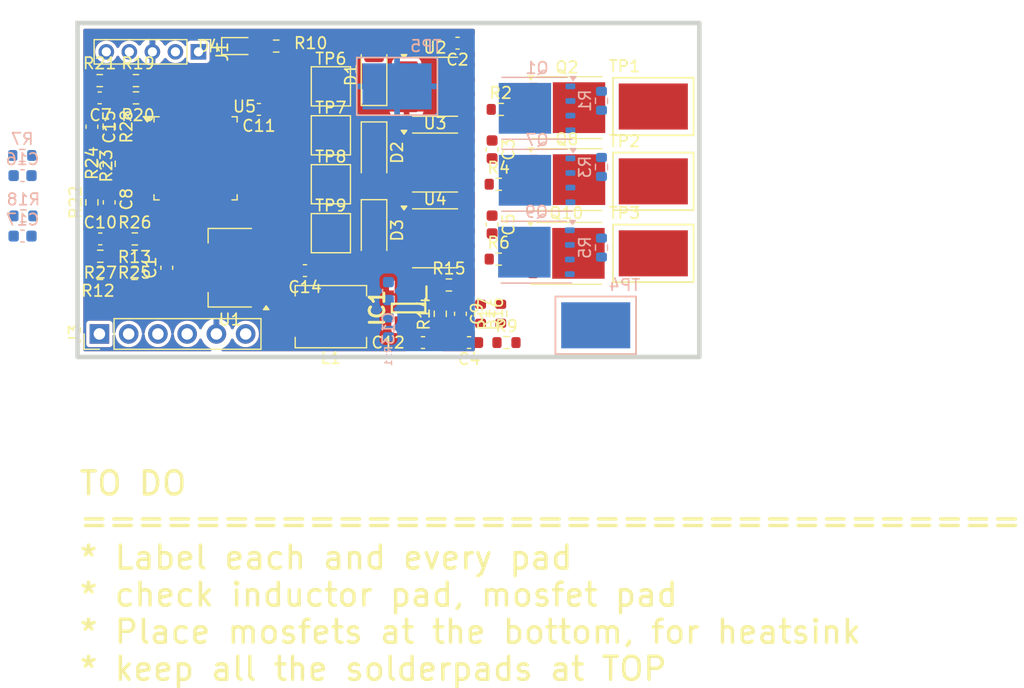
<source format=kicad_pcb>
(kicad_pcb (version 20240108) (generator "pcbnew") (generator_version "8.0")
  (layers (0 "F.Cu" signal) (31 "B.Cu" signal) (34 "B.Paste" user) (35 "F.Paste" user) (36 "B.SilkS" user "B.Silkscreen") (37 "F.SilkS" user "F.Silkscreen") (38 "B.Mask" user) (39 "F.Mask" user) (44 "Edge.Cuts" user))
  (net 0 "")
  (net 1 "Net-(D1-K)")
  (net 2 "VDD")
  (net 3 "Net-(D2-K)")
  (net 4 "Net-(D3-K)")
  (net 5 "Net-(Q1-G)")
  (net 6 "/PHASE_A")
  (net 7 "VDC")
  (net 8 "GND")
  (net 9 "Net-(Q2-G)")
  (net 10 "/PHASE_B")
  (net 11 "Net-(Q7-G)")
  (net 12 "Net-(Q8-G)")
  (net 13 "/PHASE_C")
  (net 14 "Net-(Q9-G)")
  (net 15 "Net-(Q10-G)")
  (net 17 "/TIM1_CH3N")
  (net 18 "/TIM1_CH2")
  (net 19 "/MCU_TX")
  (net 24 "+3V3")
  (net 25 "/NRST")
  (net 29 "/ADC_C")
  (net 30 "/TIM1_CH1N")
  (net 34 "/SWCLK")
  (net 36 "/LED")
  (net 38 "/ADC_CENTER")
  (net 39 "/ADC_B")
  (net 40 "/TIM1_CH3")
  (net 41 "/ADC_A")
  (net 42 "/TIM1_CH2N")
  (net 43 "/ADC_SPD")
  (net 44 "/TIM1_CH1")
  (net 48 "/MCU_RX")
  (net 50 "/SWDIO")
  (net 55 "/ADC_VDC")
  (net 56 "Net-(IC1-VCC)")
  (net 57 "Net-(C13-Pad1)")
  (net 58 "Net-(IC1-SW)")
  (net 59 "Net-(D4-A)")
  (net 63 "Net-(U2-HO)")
  (net 64 "Net-(U2-LO)")
  (net 65 "Net-(U3-HO)")
  (net 66 "Net-(U3-LO)")
  (net 67 "Net-(U4-HO)")
  (net 68 "Net-(U4-LO)")
  (net 69 "/RPM")
  (net 70 "Net-(IC1-BST)")
  (net 71 "Net-(R12-Pad2)")
  (net 72 "/FB")
  (net 73 "Net-(IC1-AAM)")
  (net 74 "Net-(IC1-EN)")
  (net 75 "Net-(C17-Pad2)")
  (net 76 "Net-(R18-Pad2)")
  (footprint "Resistor_SMD:R_0603_1608Metric" (layer "F.Cu") (at 82.25 118.75)
    (property "Reference" "R15" (at 0 -1.43 0) (layer "F.SilkS"))
    (property "Value" "75K")
    (pad "1" smd roundrect (at -0.825 0) (size 0.8 0.95) (layers "F.Cu" "F.Paste" "F.Mask") (net 73 "Net-(IC1-AAM)"))
    (pad "2" smd roundrect (at 0.825 0) (size 0.8 0.95) (layers "F.Cu" "F.Paste" "F.Mask") (net 8 "GND"))
  )
  (footprint "Resistor_SMD:R_0603_1608Metric" (layer "F.Cu") (at 86.75 103.5)
    (property "Reference" "R2" (at 0 -1.43 360) (layer "F.SilkS"))
    (property "Value" "10R")
    (pad "1" smd roundrect (at -0.825 0) (size 0.8 0.95) (layers "F.Cu" "F.Paste" "F.Mask") (net 64 "Net-(U2-LO)"))
    (pad "2" smd roundrect (at 0.825 0) (size 0.8 0.95) (layers "F.Cu" "F.Paste" "F.Mask") (net 9 "Net-(Q2-G)"))
  )
  (footprint "Diode_SMD:D_MiniMELF" (layer "F.Cu") (at 75.75 114 -90)
    (property "Reference" "D3" (at 0 -2 90) (layer "F.SilkS"))
    (property "Value" "LL4148")
    (pad "1" smd roundrect (at -1.75 0 270) (size 1.3 1.7) (layers "F.Cu" "F.Paste" "F.Mask") (roundrect_rratio 0.1923076923) (net 4 "Net-(D3-K)"))
    (pad "2" smd roundrect (at 1.75 0 270) (size 1.3 1.7) (layers "F.Cu" "F.Paste" "F.Mask") (roundrect_rratio 0.1923076923) (net 2 "VDD"))
  )
  (footprint "Capacitor_SMD:C_0603_1608Metric" (layer "F.Cu") (at 51.925 102.5 180)
    (property "Reference" "C7" (at -0.075 -1.5 360) (layer "F.SilkS"))
    (property "Value" "10nF")
    (pad "1" smd roundrect (at -0.775 0 180) (size 0.9 0.95) (layers "F.Cu" "F.Paste" "F.Mask") (net 41 "/ADC_A"))
    (pad "2" smd roundrect (at 0.775 0 180) (size 0.9 0.95) (layers "F.Cu" "F.Paste" "F.Mask") (net 8 "GND"))
  )
  (footprint "TestPoint:TestPoint_Pad_3.0x3.0mm" (layer "F.Cu") (at 72 110)
    (property "Reference" "TP8" (at 0 -2.398 0) (layer "F.SilkS"))
    (property "Value" "SP")
    (pad "1" smd rect (at 0 0) (size 3 3) (layers "F.Cu" "F.Mask") (net 75 "Net-(C17-Pad2)"))
  )
  (footprint "Package_QFP:LQFP-48_7x7mm_P0.5mm" (layer "F.Cu") (at 60.25 107.75)
    (property "Reference" "U5" (at 4.25 -4.5 0) (layer "F.SilkS"))
    (property "Value" "STM32L431CCTx")
    (pad "1" smd roundrect (at -4.1625 -2.75) (size 1.475 0.3) (layers "F.Cu" "F.Paste" "F.Mask") (net 24 "+3V3"))
    (pad "2" smd roundrect (at -4.1625 -2.25) (size 1.475 0.3) (layers "F.Cu" "F.Paste" "F.Mask"))
    (pad "3" smd roundrect (at -4.1625 -1.75) (size 1.475 0.3) (layers "F.Cu" "F.Paste" "F.Mask"))
    (pad "4" smd roundrect (at -4.1625 -1.25) (size 1.475 0.3) (layers "F.Cu" "F.Paste" "F.Mask"))
    (pad "5" smd roundrect (at -4.1625 -0.75) (size 1.475 0.3) (layers "F.Cu" "F.Paste" "F.Mask"))
    (pad "6" smd roundrect (at -4.1625 -0.25) (size 1.475 0.3) (layers "F.Cu" "F.Paste" "F.Mask"))
    (pad "7" smd roundrect (at -4.1625 0.25) (size 1.475 0.3) (layers "F.Cu" "F.Paste" "F.Mask") (net 25 "/NRST"))
    (pad "8" smd roundrect (at -4.1625 0.75) (size 1.475 0.3) (layers "F.Cu" "F.Paste" "F.Mask") (net 8 "GND"))
    (pad "9" smd roundrect (at -4.1625 1.25) (size 1.475 0.3) (layers "F.Cu" "F.Paste" "F.Mask") (net 24 "+3V3"))
    (pad "10" smd roundrect (at -4.1625 1.75) (size 1.475 0.3) (layers "F.Cu" "F.Paste" "F.Mask") (net 41 "/ADC_A"))
    (pad "11" smd roundrect (at -4.1625 2.25) (size 1.475 0.3) (layers "F.Cu" "F.Paste" "F.Mask") (net 39 "/ADC_B"))
    (pad "12" smd roundrect (at -4.1625 2.75) (size 1.475 0.3) (layers "F.Cu" "F.Paste" "F.Mask") (net 29 "/ADC_C"))
    (pad "13" smd roundrect (at -2.75 4.1625) (size 0.3 1.475) (layers "F.Cu" "F.Paste" "F.Mask") (net 38 "/ADC_CENTER"))
    (pad "14" smd roundrect (at -2.25 4.1625) (size 0.3 1.475) (layers "F.Cu" "F.Paste" "F.Mask") (net 43 "/ADC_SPD"))
    (pad "15" smd roundrect (at -1.75 4.1625) (size 0.3 1.475) (layers "F.Cu" "F.Paste" "F.Mask") (net 55 "/ADC_VDC"))
    (pad "16" smd roundrect (at -1.25 4.1625) (size 0.3 1.475) (layers "F.Cu" "F.Paste" "F.Mask"))
    (pad "17" smd roundrect (at -0.75 4.1625) (size 0.3 1.475) (layers "F.Cu" "F.Paste" "F.Mask") (net 30 "/TIM1_CH1N"))
    (pad "18" smd roundrect (at -0.25 4.1625) (size 0.3 1.475) (layers "F.Cu" "F.Paste" "F.Mask") (net 42 "/TIM1_CH2N"))
    (pad "19" smd roundrect (at 0.25 4.1625) (size 0.3 1.475) (layers "F.Cu" "F.Paste" "F.Mask") (net 17 "/TIM1_CH3N"))
    (pad "20" smd roundrect (at 0.75 4.1625) (size 0.3 1.475) (layers "F.Cu" "F.Paste" "F.Mask"))
    (pad "21" smd roundrect (at 1.25 4.1625) (size 0.3 1.475) (layers "F.Cu" "F.Paste" "F.Mask"))
    (pad "22" smd roundrect (at 1.75 4.1625) (size 0.3 1.475) (layers "F.Cu" "F.Paste" "F.Mask"))
    (pad "23" smd roundrect (at 2.25 4.1625) (size 0.3 1.475) (layers "F.Cu" "F.Paste" "F.Mask") (net 8 "GND"))
    (pad "24" smd roundrect (at 2.75 4.1625) (size 0.3 1.475) (layers "F.Cu" "F.Paste" "F.Mask") (net 24 "+3V3"))
    (pad "25" smd roundrect (at 4.1625 2.75) (size 1.475 0.3) (layers "F.Cu" "F.Paste" "F.Mask"))
    (pad "26" smd roundrect (at 4.1625 2.25) (size 1.475 0.3) (layers "F.Cu" "F.Paste" "F.Mask"))
    (pad "27" smd roundrect (at 4.1625 1.75) (size 1.475 0.3) (layers "F.Cu" "F.Paste" "F.Mask"))
    (pad "28" smd roundrect (at 4.1625 1.25) (size 1.475 0.3) (layers "F.Cu" "F.Paste" "F.Mask") (net 36 "/LED"))
    (pad "29" smd roundrect (at 4.1625 0.75) (size 1.475 0.3) (layers "F.Cu" "F.Paste" "F.Mask") (net 44 "/TIM1_CH1"))
    (pad "30" smd roundrect (at 4.1625 0.25) (size 1.475 0.3) (layers "F.Cu" "F.Paste" "F.Mask") (net 18 "/TIM1_CH2"))
    (pad "31" smd roundrect (at 4.1625 -0.25) (size 1.475 0.3) (layers "F.Cu" "F.Paste" "F.Mask") (net 40 "/TIM1_CH3"))
    (pad "32" smd roundrect (at 4.1625 -0.75) (size 1.475 0.3) (layers "F.Cu" "F.Paste" "F.Mask"))
    (pad "33" smd roundrect (at 4.1625 -1.25) (size 1.475 0.3) (layers "F.Cu" "F.Paste" "F.Mask"))
    (pad "34" smd roundrect (at 4.1625 -1.75) (size 1.475 0.3) (layers "F.Cu" "F.Paste" "F.Mask") (net 50 "/SWDIO"))
    (pad "35" smd roundrect (at 4.1625 -2.25) (size 1.475 0.3) (layers "F.Cu" "F.Paste" "F.Mask") (net 8 "GND"))
    (pad "36" smd roundrect (at 4.1625 -2.75) (size 1.475 0.3) (layers "F.Cu" "F.Paste" "F.Mask") (net 24 "+3V3"))
    (pad "37" smd roundrect (at 2.75 -4.1625) (size 0.3 1.475) (layers "F.Cu" "F.Paste" "F.Mask") (net 34 "/SWCLK"))
    (pad "38" smd roundrect (at 2.25 -4.1625) (size 0.3 1.475) (layers "F.Cu" "F.Paste" "F.Mask"))
    (pad "39" smd roundrect (at 1.75 -4.1625) (size 0.3 1.475) (layers "F.Cu" "F.Paste" "F.Mask"))
    (pad "40" smd roundrect (at 1.25 -4.1625) (size 0.3 1.475) (layers "F.Cu" "F.Paste" "F.Mask"))
    (pad "41" smd roundrect (at 0.75 -4.1625) (size 0.3 1.475) (layers "F.Cu" "F.Paste" "F.Mask"))
    (pad "42" smd roundrect (at 0.25 -4.1625) (size 0.3 1.475) (layers "F.Cu" "F.Paste" "F.Mask") (net 19 "/MCU_TX"))
    (pad "43" smd roundrect (at -0.25 -4.1625) (size 0.3 1.475) (layers "F.Cu" "F.Paste" "F.Mask") (net 48 "/MCU_RX"))
    (pad "44" smd roundrect (at -0.75 -4.1625) (size 0.3 1.475) (layers "F.Cu" "F.Paste" "F.Mask"))
    (pad "45" smd roundrect (at -1.25 -4.1625) (size 0.3 1.475) (layers "F.Cu" "F.Paste" "F.Mask"))
    (pad "46" smd roundrect (at -1.75 -4.1625) (size 0.3 1.475) (layers "F.Cu" "F.Paste" "F.Mask"))
    (pad "47" smd roundrect (at -2.25 -4.1625) (size 0.3 1.475) (layers "F.Cu" "F.Paste" "F.Mask") (net 8 "GND"))
    (pad "48" smd roundrect (at -2.75 -4.1625) (size 0.3 1.475) (layers "F.Cu" "F.Paste" "F.Mask") (net 24 "+3V3"))
  )
  (footprint "Resistor_SMD:R_0603_1608Metric" (layer "F.Cu") (at 52.75 108.225 90)
    (property "Reference" "R24" (at 0.055 -1.5 90) (layer "F.SilkS"))
    (property "Value" "33K")
    (pad "1" smd roundrect (at -0.825 0 90) (size 0.8 0.95) (layers "F.Cu" "F.Paste" "F.Mask") (net 39 "/ADC_B"))
    (pad "2" smd roundrect (at 0.825 0 90) (size 0.8 0.95) (layers "F.Cu" "F.Paste" "F.Mask") (net 38 "/ADC_CENTER"))
  )
  (footprint "Resistor_SMD:R_0603_1608Metric" (layer "F.Cu") (at 52.75 105 90)
    (property "Reference" "R28" (at 0 1.5 90) (layer "F.SilkS"))
    (property "Value" "10K")
    (pad "1" smd roundrect (at -0.825 0 90) (size 0.8 0.95) (layers "F.Cu" "F.Paste" "F.Mask") (net 25 "/NRST"))
    (pad "2" smd roundrect (at 0.825 0 90) (size 0.8 0.95) (layers "F.Cu" "F.Paste" "F.Mask") (net 24 "+3V3"))
  )
  (footprint "Resistor_SMD:R_0603_1608Metric" (layer "F.Cu") (at 51.975 116.25 180)
    (property "Reference" "R27" (at 0 -1.43 360) (layer "F.SilkS"))
    (property "Value" "33K")
    (pad "1" smd roundrect (at -0.825 0 180) (size 0.8 0.95) (layers "F.Cu" "F.Paste" "F.Mask") (net 29 "/ADC_C"))
    (pad "2" smd roundrect (at 0.825 0 180) (size 0.8 0.95) (layers "F.Cu" "F.Paste" "F.Mask") (net 38 "/ADC_CENTER"))
  )
  (footprint "Resistor_SMD:R_0603_1608Metric" (layer "F.Cu") (at 54.95 117.75)
    (property "Reference" "R13" (at 0 -1.43 0) (layer "F.SilkS"))
    (property "Value" "R_US")
    (pad "1" smd roundrect (at -0.825 0) (size 0.8 0.95) (layers "F.Cu" "F.Paste" "F.Mask") (net 71 "Net-(R12-Pad2)"))
    (pad "2" smd roundrect (at 0.825 0) (size 0.8 0.95) (layers "F.Cu" "F.Paste" "F.Mask") (net 8 "GND"))
  )
  (footprint "Resistor_SMD:R_0603_1608Metric" (layer "F.Cu") (at 55.075 102.5)
    (property "Reference" "R20" (at 0.175 1.5 360) (layer "F.SilkS"))
    (property "Value" "4K7")
    (pad "1" smd roundrect (at -0.825 0) (size 0.8 0.95) (layers "F.Cu" "F.Paste" "F.Mask") (net 41 "/ADC_A"))
    (pad "2" smd roundrect (at 0.825 0) (size 0.8 0.95) (layers "F.Cu" "F.Paste" "F.Mask") (net 8 "GND"))
  )
  (footprint "Resistor_SMD:R_0603_1608Metric" (layer "F.Cu") (at 86.575 110)
    (property "Reference" "R4" (at 0 -1.43 0) (layer "F.SilkS"))
    (property "Value" "10R")
    (pad "1" smd roundrect (at -0.825 0) (size 0.8 0.95) (layers "F.Cu" "F.Paste" "F.Mask") (net 66 "Net-(U3-LO)"))
    (pad "2" smd roundrect (at 0.825 0) (size 0.8 0.95) (layers "F.Cu" "F.Paste" "F.Mask") (net 12 "Net-(Q8-G)"))
  )
  (footprint "Capacitor_SMD:C_0603_1608Metric" (layer "F.Cu") (at 52.75 111.575 90)
    (property "Reference" "C8" (at 0.275 1.5 90) (layer "F.SilkS"))
    (property "Value" "10nF")
    (pad "1" smd roundrect (at -0.775 0 90) (size 0.9 0.95) (layers "F.Cu" "F.Paste" "F.Mask") (net 39 "/ADC_B"))
    (pad "2" smd roundrect (at 0.775 0 90) (size 0.9 0.95) (layers "F.Cu" "F.Paste" "F.Mask") (net 8 "GND"))
  )
  (footprint "_MAYANK:MP2315SGJ" (layer "F.Cu") (at 78.75 120.75 -90)
    (property "Reference" "IC1" (at 0 2.725 90) (layer "F.SilkS") (effects (font (size 1.27 1.27) (thickness 0.254))))
    (property "Value" "MP2315SGJ-P" (hide yes))
    (pad "1" smd rect (at -1.3 -0.975) (size 0.45 1.15) (layers "F.Cu" "F.Paste" "F.Mask") (net 73 "Net-(IC1-AAM)"))
    (pad "2" smd rect (at -1.3 -0.325) (size 0.45 1.15) (layers "F.Cu" "F.Paste" "F.Mask") (net 7 "VDC"))
    (pad "3" smd rect (at -1.3 0.325) (size 0.45 1.15) (layers "F.Cu" "F.Paste" "F.Mask") (net 58 "Net-(IC1-SW)"))
    (pad "4" smd rect (at -1.3 0.975) (size 0.45 1.15) (layers "F.Cu" "F.Paste" "F.Mask") (net 8 "GND"))
    (pad "5" smd rect (at 1.3 0.975) (size 0.45 1.15) (layers "F.Cu" "F.Paste" "F.Mask") (net 70 "Net-(IC1-BST)"))
    (pad "6" smd rect (at 1.3 0.325) (size 0.45 1.15) (layers "F.Cu" "F.Paste" "F.Mask") (net 74 "Net-(IC1-EN)"))
    (pad "7" smd rect (at 1.3 -0.325) (size 0.45 1.15) (layers "F.Cu" "F.Paste" "F.Mask") (net 56 "Net-(IC1-VCC)"))
    (pad "8" smd rect (at 1.3 -0.975) (size 0.45 1.15) (layers "F.Cu" "F.Paste" "F.Mask") (net 72 "/FB"))
  )
  (footprint "TestPoint:TestPoint_Pad_3.0x3.0mm" (layer "F.Cu") (at 72 114.25)
    (property "Reference" "TP9" (at 0 -2.398 0) (layer "F.SilkS"))
    (property "Value" "SP")
    (pad "1" smd rect (at 0 0) (size 3 3) (layers "F.Cu" "F.Mask") (net 8 "GND"))
  )
  (footprint "_MAYANK:SOLDERPAD6x4" (layer "F.Cu") (at 100 116)
    (property "Reference" "TP3" (at -2.5 -3.5 0) (layer "F.SilkS"))
    (property "Value" "C")
    (pad "1" smd rect (at 0 0) (size 6 4) (layers "F.Cu" "F.Paste" "F.Mask") (net 13 "/PHASE_C"))
  )
  (footprint "Capacitor_SMD:C_0603_1608Metric" (layer "F.Cu") (at 86 106.975 -90)
    (property "Reference" "C3" (at 0 -1.43 90) (layer "F.SilkS"))
    (property "Value" "10uF")
    (pad "1" smd roundrect (at -0.775 0 270) (size 0.9 0.95) (layers "F.Cu" "F.Paste" "F.Mask") (net 3 "Net-(D2-K)"))
    (pad "2" smd roundrect (at 0.775 0 270) (size 0.9 0.95) (layers "F.Cu" "F.Paste" "F.Mask") (net 10 "/PHASE_B"))
  )
  (footprint "TestPoint:TestPoint_Pad_3.0x3.0mm" (layer "F.Cu") (at 72 105.75)
    (property "Reference" "TP7" (at 0 -2.398 0) (layer "F.SilkS"))
    (property "Value" "SP")
    (pad "1" smd rect (at 0 0) (size 3 3) (layers "F.Cu" "F.Mask") (net 76 "Net-(R18-Pad2)"))
  )
  (footprint "Capacitor_SMD:C_0603_1608Metric" (layer "F.Cu") (at 69.75 117.5 180)
    (property "Reference" "C14" (at 0 -1.43 360) (layer "F.SilkS"))
    (property "Value" "10uF")
    (pad "1" smd roundrect (at -0.775 0 180) (size 0.9 0.95) (layers "F.Cu" "F.Paste" "F.Mask") (net 8 "GND"))
    (pad "2" smd roundrect (at 0.775 0 180) (size 0.9 0.95) (layers "F.Cu" "F.Paste" "F.Mask") (net 2 "VDD"))
  )
  (footprint "Package_TO_SOT_SMD:TDSON-8-1" (layer "F.Cu") (at 92.5 109.6)
    (property "Reference" "Q8" (at 0 -3.5 0) (layer "F.SilkS"))
    (property "Value" "BSC13DN30NSFD")
    (pad "1" smd roundrect (at -2.9 -1.905) (size 0.85 0.5) (layers "F.Cu" "F.Paste" "F.Mask") (net 8 "GND"))
    (pad "2" smd roundrect (at -2.9 -0.635) (size 0.85 0.5) (layers "F.Cu" "F.Paste" "F.Mask") (net 8 "GND"))
    (pad "3" smd roundrect (at -2.9 0.635) (size 0.85 0.5) (layers "F.Cu" "F.Paste" "F.Mask") (net 8 "GND"))
    (pad "4" smd roundrect (at -2.9 1.905) (size 0.85 0.5) (layers "F.Cu" "F.Paste" "F.Mask") (net 12 "Net-(Q8-G)"))
    (pad "5" smd rect (at 1.05 0) (size 4.55 4.41) (layers "F.Cu") (net 10 "/PHASE_B"))
  )
  (footprint "LED_SMD:LED_0603_1608Metric" (layer "F.Cu") (at 64 98)
    (property "Reference" "D4" (at -2.575 0 0) (layer "F.SilkS"))
    (property "Value" "LED")
    (pad "1" smd roundrect (at -0.7875 0) (size 0.875 0.95) (layers "F.Cu" "F.Paste" "F.Mask") (net 36 "/LED"))
    (pad "2" smd roundrect (at 0.7875 0) (size 0.875 0.95) (layers "F.Cu" "F.Paste" "F.Mask") (net 59 "Net-(D4-A)"))
  )
  (footprint "_MAYANK:SOLDERPAD6x4" (layer "F.Cu") (at 100 103.25)
    (property "Reference" "TP1" (at -2.5 -3.5 0) (layer "F.SilkS"))
    (property "Value" "A")
    (pad "1" smd rect (at 0 0) (size 6 4) (layers "F.Cu" "F.Paste" "F.Mask") (net 6 "/PHASE_A"))
  )
  (footprint "Capacitor_SMD:C_0603_1608Metric" (layer "F.Cu") (at 57.75 117.25 90)
    (property "Reference" "C1" (at 0 -1.43 90) (layer "F.SilkS"))
    (property "Value" "10uF")
    (pad "1" smd roundrect (at -0.775 0 90) (size 0.9 0.95) (layers "F.Cu" "F.Paste" "F.Mask") (net 8 "GND"))
    (pad "2" smd roundrect (at 0.775 0 90) (size 0.9 0.95) (layers "F.Cu" "F.Paste" "F.Mask") (net 24 "+3V3"))
  )
  (footprint "Capacitor_SMD:C_0603_1608Metric" (layer "F.Cu") (at 84 123.75 180)
    (property "Reference" "C4" (at 0 -1.43 360) (layer "F.SilkS"))
    (property "Value" "0.1uF")
    (pad "1" smd roundrect (at -0.775 0 180) (size 0.9 0.95) (layers "F.Cu" "F.Paste" "F.Mask") (net 55 "/ADC_VDC"))
    (pad "2" smd roundrect (at 0.775 0 180) (size 0.9 0.95) (layers "F.Cu" "F.Paste" "F.Mask") (net 8 "GND"))
  )
  (footprint "Capacitor_SMD:C_0603_1608Metric" (layer "F.Cu") (at 83.25 121.25 -90)
    (property "Reference" "C9" (at 0 -1.43 90) (layer "F.SilkS"))
    (property "Value" "0.1uF")
    (pad "1" smd roundrect (at -0.775 0 270) (size 0.9 0.95) (layers "F.Cu" "F.Paste" "F.Mask") (net 7 "VDC"))
    (pad "2" smd roundrect (at 0.775 0 270) (size 0.9 0.95) (layers "F.Cu" "F.Paste" "F.Mask") (net 8 "GND"))
  )
  (footprint "Package_TO_SOT_SMD:TDSON-8-1" (layer "F.Cu") (at 92.5 103.35)
    (property "Reference" "Q2" (at 0 -3.5 0) (layer "F.SilkS"))
    (property "Value" "BSC13DN30NSFD")
    (pad "1" smd roundrect (at -2.9 -1.905) (size 0.85 0.5) (layers "F.Cu" "F.Paste" "F.Mask") (net 8 "GND"))
    (pad "2" smd roundrect (at -2.9 -0.635) (size 0.85 0.5) (layers "F.Cu" "F.Paste" "F.Mask") (net 8 "GND"))
    (pad "3" smd roundrect (at -2.9 0.635) (size 0.85 0.5) (layers "F.Cu" "F.Paste" "F.Mask") (net 8 "GND"))
    (pad "4" smd roundrect (at -2.9 1.905) (size 0.85 0.5) (layers "F.Cu" "F.Paste" "F.Mask") (net 9 "Net-(Q2-G)"))
    (pad "5" smd rect (at 1.05 0) (size 4.55 4.41) (layers "F.Cu") (net 6 "/PHASE_A"))
  )
  (footprint "TestPoint:TestPoint_Pad_3.0x3.0mm" (layer "F.Cu") (at 72 101.5)
    (property "Reference" "TP6" (at 0 -2.398 0) (layer "F.SilkS"))
    (property "Value" "SP")
    (pad "1" smd rect (at 0 0) (size 3 3) (layers "F.Cu" "F.Mask") (net 24 "+3V3"))
  )
  (footprint "Resistor_SMD:R_0603_1608Metric" (layer "F.Cu") (at 86.575 116.5)
    (property "Reference" "R6" (at 0 -1.43 0) (layer "F.SilkS"))
    (property "Value" "10R")
    (pad "1" smd roundrect (at -0.825 0) (size 0.8 0.95) (layers "F.Cu" "F.Paste" "F.Mask") (net 68 "Net-(U4-LO)"))
    (pad "2" smd roundrect (at 0.825 0) (size 0.8 0.95) (layers "F.Cu" "F.Paste" "F.Mask") (net 15 "Net-(Q10-G)"))
  )
  (footprint "Capacitor_SMD:C_0603_1608Metric" (layer "F.Cu") (at 86 113.5 -90)
    (property "Reference" "C5" (at 0 -1.43 90) (layer "F.SilkS"))
    (property "Value" "10uF")
    (pad "1" smd roundrect (at -0.775 0 270) (size 0.9 0.95) (layers "F.Cu" "F.Paste" "F.Mask") (net 4 "Net-(D3-K)"))
    (pad "2" smd roundrect (at 0.775 0 270) (size 0.9 0.95) (layers "F.Cu" "F.Paste" "F.Mask") (net 13 "/PHASE_C"))
  )
  (footprint "Resistor_SMD:R_0603_1608Metric" (layer "F.Cu") (at 86.75 121.25 90)
    (property "Reference" "R17" (at 0 -1.43 90) (layer "F.SilkS"))
    (property "Value" "33K")
    (pad "1" smd roundrect (at -0.825 0 90) (size 0.8 0.95) (layers "F.Cu" "F.Paste" "F.Mask") (net 55 "/ADC_VDC"))
    (pad "2" smd roundrect (at 0.825 0 90) (size 0.8 0.95) (layers "F.Cu" "F.Paste" "F.Mask") (net 7 "VDC"))
  )
  (footprint "Capacitor_SMD:C_0603_1608Metric" (layer "F.Cu") (at 51.25 105 90)
    (property "Reference" "C15" (at -0.025 1.5 90) (layer "F.SilkS"))
    (property "Value" "0.1uF")
    (pad "1" smd roundrect (at -0.775 0 90) (size 0.9 0.95) (layers "F.Cu" "F.Paste" "F.Mask") (net 8 "GND"))
    (pad "2" smd roundrect (at 0.775 0 90) (size 0.9 0.95) (layers "F.Cu" "F.Paste" "F.Mask") (net 24 "+3V3"))
  )
  (footprint "Package_SO:SOIC-8_3.9x4.9mm_P1.27mm" (layer "F.Cu") (at 81.05 114.695)
    (property "Reference" "U4" (at 0 -3.4 0) (layer "F.SilkS"))
    (property "Value" "IR2101")
    (pad "1" smd roundrect (at -2.475 -1.905) (size 1.95 0.6) (layers "F.Cu" "F.Paste" "F.Mask") (net 2 "VDD"))
    (pad "2" smd roundrect (at -2.475 -0.635) (size 1.95 0.6) (layers "F.Cu" "F.Paste" "F.Mask") (net 40 "/TIM1_CH3"))
    (pad "3" smd roundrect (at -2.475 0.635) (size 1.95 0.6) (layers "F.Cu" "F.Paste" "F.Mask") (net 17 "/TIM1_CH3N"))
    (pad "4" smd roundrect (at -2.475 1.905) (size 1.95 0.6) (layers "F.Cu" "F.Paste" "F.Mask") (net 8 "GND"))
    (pad "5" smd roundrect (at 2.475 1.905) (size 1.95 0.6) (layers "F.Cu" "F.Paste" "F.Mask") (net 68 "Net-(U4-LO)"))
    (pad "6" smd roundrect (at 2.475 0.635) (size 1.95 0.6) (layers "F.Cu" "F.Paste" "F.Mask") (net 13 "/PHASE_C"))
    (pad "7" smd roundrect (at 2.475 -0.635) (size 1.95 0.6) (layers "F.Cu" "F.Paste" "F.Mask") (net 67 "Net-(U4-HO)"))
    (pad "8" smd roundrect (at 2.475 -1.905) (size 1.95 0.6) (layers "F.Cu" "F.Paste" "F.Mask") (net 4 "Net-(D3-K)"))
  )
  (footprint "Capacitor_SMD:C_0603_1608Metric" (layer "F.Cu") (at 51.975 114.75)
    (property "Reference" "C10" (at 0 -1.43 0) (layer "F.SilkS"))
    (property "Value" "10nF")
    (pad "1" smd roundrect (at -0.775 0) (size 0.9 0.95) (layers "F.Cu" "F.Paste" "F.Mask") (net 29 "/ADC_C"))
    (pad "2" smd roundrect (at 0.775 0) (size 0.9 0.95) (layers "F.Cu" "F.Paste" "F.Mask") (net 8 "GND"))
  )
  (footprint "Resistor_SMD:R_0603_1608Metric" (layer "F.Cu") (at 54.95 116.25 180)
    (property "Reference" "R25" (at 0 -1.43 360) (layer "F.SilkS"))
    (property "Value" "33K")
    (pad "1" smd roundrect (at -0.825 0 180) (size 0.8 0.95) (layers "F.Cu" "F.Paste" "F.Mask") (net 13 "/PHASE_C"))
    (pad "2" smd roundrect (at 0.825 0 180) (size 0.8 0.95) (layers "F.Cu" "F.Paste" "F.Mask") (net 29 "/ADC_C"))
  )
  (footprint "Connector_PinHeader_2.00mm:PinHeader_1x05_P2.00mm_Vertical" (layer "F.Cu") (at 60.5 98.5 -90)
    (property "Reference" "J1" (at 0 -2.06 90) (layer "F.SilkS"))
    (property "Value" "Conn_01x05")
    (pad "1" thru_hole rect (at 0 0 270) (size 1.35 1.35) (drill 0.8) (layers "*.Cu" "*.Mask") (net 24 "+3V3"))
    (pad "2" thru_hole oval (at 0 2 270) (size 1.35 1.35) (drill 0.8) (layers "*.Cu" "*.Mask") (net 34 "/SWCLK"))
    (pad "3" thru_hole oval (at 0 4 270) (size 1.35 1.35) (drill 0.8) (layers "*.Cu" "*.Mask") (net 8 "GND"))
    (pad "4" thru_hole oval (at 0 6 270) (size 1.35 1.35) (drill 0.8) (layers "*.Cu" "*.Mask") (net 50 "/SWDIO"))
    (pad "5" thru_hole oval (at 0 8 270) (size 1.35 1.35) (drill 0.8) (layers "*.Cu" "*.Mask") (net 25 "/NRST"))
  )
  (footprint "Resistor_SMD:R_0603_1608Metric" (layer "F.Cu") (at 51.95 117.75)
    (property "Reference" "R12" (at -0.175 1.5 0) (layer "F.SilkS"))
    (property "Value" "R_US")
    (pad "1" smd roundrect (at -0.825 0) (size 0.8 0.95) (layers "F.Cu" "F.Paste" "F.Mask") (net 2 "VDD"))
    (pad "2" smd roundrect (at 0.825 0) (size 0.8 0.95) (layers "F.Cu" "F.Paste" "F.Mask") (net 71 "Net-(R12-Pad2)"))
  )
  (footprint "Capacitor_SMD:C_0603_1608Metric" (layer "F.Cu") (at 80 123.75)
    (property "Reference" "C12" (at -3.025 0 0) (layer "F.SilkS"))
    (property "Value" "0.1uF")
    (pad "1" smd roundrect (at -0.775 0) (size 0.9 0.95) (layers "F.Cu" "F.Paste" "F.Mask") (net 56 "Net-(IC1-VCC)"))
    (pad "2" smd roundrect (at 0.775 0) (size 0.9 0.95) (layers "F.Cu" "F.Paste" "F.Mask") (net 8 "GND"))
  )
  (footprint "Capacitor_SMD:C_0603_1608Metric" (layer "F.Cu") (at 65.75 103.5 180)
    (property "Reference" "C11" (at 0 -1.43 360) (layer "F.SilkS"))
    (property "Value" "0.1uF")
    (pad "1" smd roundrect (at -0.775 0 180) (size 0.9 0.95) (layers "F.Cu" "F.Paste" "F.Mask") (net 8 "GND"))
    (pad "2" smd roundrect (at 0.775 0 180) (size 0.9 0.95) (layers "F.Cu" "F.Paste" "F.Mask") (net 24 "+3V3"))
  )
  (footprint "Package_SO:SOIC-8_3.9x4.9mm_P1.27mm" (layer "F.Cu") (at 81.05 108.115)
    (property "Reference" "U3" (at 0 -3.4 0) (layer "F.SilkS"))
    (property "Value" "IR2101")
    (pad "1" smd roundrect (at -2.475 -1.905) (size 1.95 0.6) (layers "F.Cu" "F.Paste" "F.Mask") (net 2 "VDD"))
    (pad "2" smd roundrect (at -2.475 -0.635) (size 1.95 0.6) (layers "F.Cu" "F.Paste" "F.Mask") (net 18 "/TIM1_CH2"))
    (pad "3" smd roundrect (at -2.475 0.635) (size 1.95 0.6) (layers "F.Cu" "F.Paste" "F.Mask") (net 42 "/TIM1_CH2N"))
    (pad "4" smd roundrect (at -2.475 1.905) (size 1.95 0.6) (layers "F.Cu" "F.Paste" "F.Mask") (net 8 "GND"))
    (pad "5" smd roundrect (at 2.475 1.905) (size 1.95 0.6) (layers "F.Cu" "F.Paste" "F.Mask") (net 66 "Net-(U3-LO)"))
    (pad "6" smd roundrect (at 2.475 0.635) (size 1.95 0.6) (layers "F.Cu" "F.Paste" "F.Mask") (net 10 "/PHASE_B"))
    (pad "7" smd roundrect (at 2.475 -0.635) (size 1.95 0.6) (layers "F.Cu" "F.Paste" "F.Mask") (net 65 "Net-(U3-HO)"))
    (pad "8" smd roundrect (at 2.475 -1.905) (size 1.95 0.6) (layers "F.Cu" "F.Paste" "F.Mask") (net 3 "Net-(D2-K)"))
  )
  (footprint "Diode_SMD:D_MiniMELF" (layer "F.Cu") (at 75.75 107.25 -90)
    (property "Reference" "D2" (at 0 -2 90) (layer "F.SilkS"))
    (property "Value" "LL4148")
    (pad "1" smd roundrect (at -1.75 0 270) (size 1.3 1.7) (layers "F.Cu" "F.Paste" "F.Mask") (roundrect_rratio 0.1923076923) (net 3 "Net-(D2-K)"))
    (pad "2" smd roundrect (at 1.75 0 270) (size 1.3 1.7) (layers "F.Cu" "F.Paste" "F.Mask") (roundrect_rratio 0.1923076923) (net 2 "VDD"))
  )
  (footprint "Resistor_SMD:R_0603_1608Metric" (layer "F.Cu") (at 51.25 108.225 90)
    (property "Reference" "R23" (at -0.175 1.25 90) (layer "F.SilkS"))
    (property "Value" "4K7")
    (pad "1" smd roundrect (at -0.825 0 90) (size 0.8 0.95) (layers "F.Cu" "F.Paste" "F.Mask") (net 39 "/ADC_B"))
    (pad "2" smd roundrect (at 0.825 0 90) (size 0.8 0.95) (layers "F.Cu" "F.Paste" "F.Mask") (net 8 "GND"))
  )
  (footprint "Resistor_SMD:R_0603_1608Metric" (layer "F.Cu") (at 67.25 98 180)
    (property "Reference" "R10" (at -3 0.25 360) (layer "F.SilkS"))
    (property "Value" "1K")
    (pad "1" smd roundrect (at -0.825 0 180) (size 0.8 0.95) (layers "F.Cu" "F.Paste" "F.Mask") (net 24 "+3V3"))
    (pad "2" smd roundrect (at 0.825 0 180) (size 0.8 0.95) (layers "F.Cu" "F.Paste" "F.Mask") (net 59 "Net-(D4-A)"))
  )
  (footprint "Resistor_SMD:R_0603_1608Metric" (layer "F.Cu") (at 54.975 114.75)
    (property "Reference" "R26" (at 0 -1.43 0) (layer "F.SilkS"))
    (property "Value" "4K7")
    (pad "1" smd roundrect (at -0.825 0) (size 0.8 0.95) (layers "F.Cu" "F.Paste" "F.Mask") (net 29 "/ADC_C"))
    (pad "2" smd roundrect (at 0.825 0) (size 0.8 0.95) (layers "F.Cu" "F.Paste" "F.Mask") (net 8 "GND"))
  )
  (footprint "Diode_SMD:D_MiniMELF" (layer "F.Cu") (at 75.75 100.5 90)
    (property "Reference" "D1" (at 0 -2 90) (layer "F.SilkS"))
    (property "Value" "LL4148")
    (pad "1" smd roundrect (at -1.75 0 90) (size 1.3 1.7) (layers "F.Cu" "F.Paste" "F.Mask") (roundrect_rratio 0.1923076923) (net 1 "Net-(D1-K)"))
    (pad "2" smd roundrect (at 1.75 0 90) (size 1.3 1.7) (layers "F.Cu" "F.Paste" "F.Mask") (roundrect_rratio 0.1923076923) (net 2 "VDD"))
  )
  (footprint "Resistor_SMD:R_0603_1608Metric" (layer "F.Cu") (at 81.5 121.25 90)
    (property "Reference" "R14" (at 0 -1.43 90) (layer "F.SilkS"))
    (property "Value" "20K")
    (pad "1" smd roundrect (at -0.825 0 90) (size 0.8 0.95) (layers "F.Cu" "F.Paste" "F.Mask") (net 72 "/FB"))
    (pad "2" smd roundrect (at 0.825 0 90) (size 0.8 0.95) (layers "F.Cu" "F.Paste" "F.Mask") (net 71 "Net-(R12-Pad2)"))
  )
  (footprint "Resistor_SMD:R_0603_1608Metric" (layer "F.Cu") (at 51.925 101 180)
    (property "Reference" "R21" (at 0 1.5 360) (layer "F.SilkS"))
    (property "Value" "33K")
    (pad "1" smd roundrect (at -0.825 0 180) (size 0.8 0.95) (layers "F.Cu" "F.Paste" "F.Mask") (net 41 "/ADC_A"))
    (pad "2" smd roundrect (at 0.825 0 180) (size 0.8 0.95) (layers "F.Cu" "F.Paste" "F.Mask") (net 38 "/ADC_CENTER"))
  )
  (footprint "Inductor_SMD:L_Neosid_SM-PIC0512H" (layer "F.Cu") (at 72 121.5 180)
    (property "Reference" "L1" (at 0 -3.6 360) (layer "F.SilkS"))
    (property "Value" "4R7")
    (pad "1" smd rect (at -2.5 0) (size 2 2.5) (layers "F.Cu" "F.Paste" "F.Mask") (net 58 "Net-(IC1-SW)"))
    (pad "2" smd rect (at 2.5 0) (size 2 2.5) (layers "F.Cu" "F.Paste" "F.Mask") (net 2 "VDD"))
  )
  (footprint "Resistor_SMD:R_0603_1608Metric" (layer "F.Cu") (at 55.075 101 180)
    (property "Reference" "R19" (at -0.175 1.5 360) (layer "F.SilkS"))
    (property "Value" "33K")
    (pad "1" smd roundrect (at -0.825 0 180) (size 0.8 0.95) (layers "F.Cu" "F.Paste" "F.Mask") (net 6 "/PHASE_A"))
    (pad "2" smd roundrect (at 0.825 0 180) (size 0.8 0.95) (layers "F.Cu" "F.Paste" "F.Mask") (net 41 "/ADC_A"))
  )
  (footprint "Package_TO_SOT_SMD:SOT-223-3_TabPin2" (layer "F.Cu") (at 63.25 117.25 180)
    (property "Reference" "U1" (at 0 -4.5 360) (layer "F.SilkS"))
    (property "Value" "LD1117S33TR_SOT223")
    (pad "1" smd roundrect (at -3.15 -2.3 180) (size 2 1.5) (layers "F.Cu" "F.Paste" "F.Mask") (net 8 "GND"))
    (pad "2" smd roundrect (at -3.15 0 180) (size 2 1.5) (layers "F.Cu" "F.Paste" "F.Mask") (net 24 "+3V3"))
    (pad "2" smd roundrect (at 3.15 0 180) (size 2 3.8) (layers "F.Cu" "F.Paste" "F.Mask") (net 24 "+3V3"))
    (pad "3" smd roundrect (at -3.15 2.3 180) (size 2 1.5) (layers "F.Cu" "F.Paste" "F.Mask") (net 2 "VDD"))
  )
  (footprint "Resistor_SMD:R_0603_1608Metric" (layer "F.Cu") (at 87.25 123.75)
    (property "Reference" "R9" (at 0 -1.43 360) (layer "F.SilkS"))
    (property "Value" "4K7")
    (pad "1" smd roundrect (at -0.825 0) (size 0.8 0.95) (layers "F.Cu" "F.Paste" "F.Mask") (net 55 "/ADC_VDC"))
    (pad "2" smd roundrect (at 0.825 0) (size 0.8 0.95) (layers "F.Cu" "F.Paste" "F.Mask") (net 8 "GND"))
  )
  (footprint "Resistor_SMD:R_0603_1608Metric" (layer "F.Cu") (at 85 121.25 -90)
    (property "Reference" "R16" (at 0 -1.43 90) (layer "F.SilkS"))
    (property "Value" "200K")
    (pad "1" smd roundrect (at -0.825 0 270) (size 0.8 0.95) (layers "F.Cu" "F.Paste" "F.Mask") (net 7 "VDC"))
    (pad "2" smd roundrect (at 0.825 0 270) (size 0.8 0.95) (layers "F.Cu" "F.Paste" "F.Mask") (net 74 "Net-(IC1-EN)"))
  )
  (footprint "Package_SO:SOIC-8_3.9x4.9mm_P1.27mm" (layer "F.Cu") (at 81.05 101.535)
    (property "Reference" "U2" (at 0 -3.4 0) (layer "F.SilkS"))
    (property "Value" "IR2101")
    (pad "1" smd roundrect (at -2.475 -1.905) (size 1.95 0.6) (layers "F.Cu" "F.Paste" "F.Mask") (net 2 "VDD"))
    (pad "2" smd roundrect (at -2.475 -0.635) (size 1.95 0.6) (layers "F.Cu" "F.Paste" "F.Mask") (net 44 "/TIM1_CH1"))
    (pad "3" smd roundrect (at -2.475 0.635) (size 1.95 0.6) (layers "F.Cu" "F.Paste" "F.Mask") (net 30 "/TIM1_CH1N"))
    (pad "4" smd roundrect (at -2.475 1.905) (size 1.95 0.6) (layers "F.Cu" "F.Paste" "F.Mask") (net 8 "GND"))
    (pad "5" smd roundrect (at 2.475 1.905) (size 1.95 0.6) (layers "F.Cu" "F.Paste" "F.Mask") (net 64 "Net-(U2-LO)"))
    (pad "6" smd roundrect (at 2.475 0.635) (size 1.95 0.6) (layers "F.Cu" "F.Paste" "F.Mask") (net 6 "/PHASE_A"))
    (pad "7" smd roundrect (at 2.475 -0.635) (size 1.95 0.6) (layers "F.Cu" "F.Paste" "F.Mask") (net 63 "Net-(U2-HO)"))
    (pad "8" smd roundrect (at 2.475 -1.905) (size 1.95 0.6) (layers "F.Cu" "F.Paste" "F.Mask") (net 1 "Net-(D1-K)"))
  )
  (footprint "Capacitor_SMD:C_0603_1608Metric" (layer "F.Cu") (at 83 97.75 180)
    (property "Reference" "C2" (at 0 -1.43 360) (layer "F.SilkS"))
    (property "Value" "10uF")
    (pad "1" smd roundrect (at -0.775 0 180) (size 0.9 0.95) (layers "F.Cu" "F.Paste" "F.Mask") (net 1 "Net-(D1-K)"))
    (pad "2" smd roundrect (at 0.775 0 180) (size 0.9 0.95) (layers "F.Cu" "F.Paste" "F.Mask") (net 6 "/PHASE_A"))
  )
  (footprint "Package_TO_SOT_SMD:TDSON-8-1" (layer "F.Cu") (at 92.45 116)
    (property "Reference" "Q10" (at 0 -3.5 0) (layer "F.SilkS"))
    (property "Value" "BSC13DN30NSFD")
    (pad "1" smd roundrect (at -2.9 -1.905) (size 0.85 0.5) (layers "F.Cu" "F.Paste" "F.Mask") (net 8 "GND"))
    (pad "2" smd roundrect (at -2.9 -0.635) (size 0.85 0.5) (layers "F.Cu" "F.Paste" "F.Mask") (net 8 "GND"))
    (pad "3" smd roundrect (at -2.9 0.635) (size 0.85 0.5) (layers "F.Cu" "F.Paste" "F.Mask") (net 8 "GND"))
    (pad "4" smd roundrect (at -2.9 1.905) (size 0.85 0.5) (layers "F.Cu" "F.Paste" "F.Mask") (net 15 "Net-(Q10-G)"))
    (pad "5" smd rect (at 1.05 0) (size 4.55 4.41) (layers "F.Cu") (net 13 "/PHASE_C"))
  )
  (footprint "Connector_PinHeader_2.54mm:PinHeader_1x06_P2.54mm_Vertical" (layer "F.Cu") (at 51.9 123 90)
    (property "Reference" "J3" (at 0 -2.13 90) (layer "F.SilkS"))
    (property "Value" "Conn_01x06")
    (pad "1" thru_hole rect (at 0 0 90) (size 1.7 1.7) (drill 1) (layers "*.Cu" "*.Mask"))
    (pad "2" thru_hole oval (at 0 2.54 90) (size 1.7 1.7) (drill 1) (layers "*.Cu" "*.Mask") (net 19 "/MCU_TX"))
    (pad "3" thru_hole oval (at 0 5.08 90) (size 1.7 1.7) (drill 1) (layers "*.Cu" "*.Mask") (net 48 "/MCU_RX"))
    (pad "4" thru_hole oval (at 0 7.62 90) (size 1.7 1.7) (drill 1) (layers "*.Cu" "*.Mask"))
    (pad "5" thru_hole oval (at 0 10.16 90) (size 1.7 1.7) (drill 1) (layers "*.Cu" "*.Mask") (net 8 "GND"))
    (pad "6" thru_hole oval (at 0 12.7 90) (size 1.7 1.7) (drill 1) (layers "*.Cu" "*.Mask"))
  )
  (footprint "_MAYANK:SOLDERPAD6x4" (layer "F.Cu") (at 100 109.75)
    (property "Reference" "TP2" (at -2.5 -3.5 0) (layer "F.SilkS"))
    (property "Value" "B")
    (pad "1" smd rect (at 0 0) (size 6 4) (layers "F.Cu" "F.Paste" "F.Mask") (net 10 "/PHASE_B"))
  )
  (footprint "Resistor_SMD:R_0603_1608Metric" (layer "F.Cu") (at 51.25 111.575 90)
    (property "Reference" "R22" (at 0 -1.43 90) (layer "F.SilkS"))
    (property "Value" "33K")
    (pad "1" smd roundrect (at -0.825 0 90) (size 0.8 0.95) (layers "F.Cu" "F.Paste" "F.Mask") (net 10 "/PHASE_B"))
    (pad "2" smd roundrect (at 0.825 0 90) (size 0.8 0.95) (layers "F.Cu" "F.Paste" "F.Mask") (net 39 "/ADC_B"))
  )
  (footprint "Resistor_SMD:R_0603_1608Metric" (layer "B.Cu") (at 45.2 107.5 180)
    (property "Reference" "R7" (at 0 1.43 0) (layer "B.SilkS") (effects (justify mirror)))
    (property "Value" "10K")
    (pad "1" smd roundrect (at -0.825 0 180) (size 0.8 0.95) (layers "B.Cu" "B.Paste" "B.Mask") (net 69 "/RPM"))
    (pad "2" smd roundrect (at 0.825 0 180) (size 0.8 0.95) (layers "B.Cu" "B.Paste" "B.Mask") (net 75 "Net-(C17-Pad2)"))
  )
  (footprint "Package_TO_SOT_SMD:TDSON-8-1" (layer "B.Cu") (at 89.85 115.9 180)
    (property "Reference" "Q9" (at 0 3.5 0) (layer "B.SilkS") (effects (justify mirror)))
    (property "Value" "BSC13DN30NSFD")
    (pad "1" smd roundrect (at -2.9 1.905 180) (size 0.85 0.5) (layers "B.Cu" "B.Paste" "B.Mask") (net 13 "/PHASE_C"))
    (pad "2" smd roundrect (at -2.9 0.635 180) (size 0.85 0.5) (layers "B.Cu" "B.Paste" "B.Mask") (net 13 "/PHASE_C"))
    (pad "3" smd roundrect (at -2.9 -0.635 180) (size 0.85 0.5) (layers "B.Cu" "B.Paste" "B.Mask") (net 13 "/PHASE_C"))
    (pad "4" smd roundrect (at -2.9 -1.905 180) (size 0.85 0.5) (layers "B.Cu" "B.Paste" "B.Mask") (net 14 "Net-(Q9-G)"))
    (pad "5" smd rect (at 1.05 0 180) (size 4.55 4.41) (layers "B.Cu") (net 7 "VDC"))
  )
  (footprint "Package_TO_SOT_SMD:TDSON-8-1" (layer "B.Cu") (at 89.905 103.405 180)
    (property "Reference" "Q1" (at 0 3.5 0) (layer "B.SilkS") (effects (justify mirror)))
    (property "Value" "BSC13DN30NSFD")
    (pad "1" smd roundrect (at -2.9 1.905 180) (size 0.85 0.5) (layers "B.Cu" "B.Paste" "B.Mask") (net 6 "/PHASE_A"))
    (pad "2" smd roundrect (at -2.9 0.635 180) (size 0.85 0.5) (layers "B.Cu" "B.Paste" "B.Mask") (net 6 "/PHASE_A"))
    (pad "3" smd roundrect (at -2.9 -0.635 180) (size 0.85 0.5) (layers "B.Cu" "B.Paste" "B.Mask") (net 6 "/PHASE_A"))
    (pad "4" smd roundrect (at -2.9 -1.905 180) (size 0.85 0.5) (layers "B.Cu" "B.Paste" "B.Mask") (net 5 "Net-(Q1-G)"))
    (pad "5" smd rect (at 1.05 0 180) (size 4.55 4.41) (layers "B.Cu") (net 7 "VDC"))
  )
  (footprint "Capacitor_SMD:C_0603_1608Metric" (layer "B.Cu") (at 45.225 114.5 180)
    (property "Reference" "C17" (at 0 1.43 0) (layer "B.SilkS") (effects (justify mirror)))
    (property "Value" "10uF")
    (pad "1" smd roundrect (at -0.775 0 180) (size 0.9 0.95) (layers "B.Cu" "B.Paste" "B.Mask") (net 8 "GND"))
    (pad "2" smd roundrect (at 0.775 0 180) (size 0.9 0.95) (layers "B.Cu" "B.Paste" "B.Mask") (net 75 "Net-(C17-Pad2)"))
  )
  (footprint "Resistor_SMD:R_0603_1608Metric" (layer "B.Cu") (at 77 122.425 -90)
    (property "Reference" "R11" (at 2.5 0 90) (layer "B.SilkS") (effects (font (size 0.6 0.6) (thickness 0.1) (bold yes)) (justify mirror)))
    (property "Value" "20R")
    (pad "1" smd roundrect (at -0.825 0 270) (size 0.8 0.95) (layers "B.Cu" "B.Paste" "B.Mask") (net 70 "Net-(IC1-BST)"))
    (pad "2" smd roundrect (at 0.825 0 270) (size 0.8 0.95) (layers "B.Cu" "B.Paste" "B.Mask") (net 57 "Net-(C13-Pad1)"))
  )
  (footprint "Package_TO_SOT_SMD:TDSON-8-1" (layer "B.Cu") (at 89.905 109.655 180)
    (property "Reference" "Q7" (at 0 3.5 0) (layer "B.SilkS") (effects (justify mirror)))
    (property "Value" "BSC13DN30NSFD")
    (pad "1" smd roundrect (at -2.9 1.905 180) (size 0.85 0.5) (layers "B.Cu" "B.Paste" "B.Mask") (net 10 "/PHASE_B"))
    (pad "2" smd roundrect (at -2.9 0.635 180) (size 0.85 0.5) (layers "B.Cu" "B.Paste" "B.Mask") (net 10 "/PHASE_B"))
    (pad "3" smd roundrect (at -2.9 -0.635 180) (size 0.85 0.5) (layers "B.Cu" "B.Paste" "B.Mask") (net 10 "/PHASE_B"))
    (pad "4" smd roundrect (at -2.9 -1.905 180) (size 0.85 0.5) (layers "B.Cu" "B.Paste" "B.Mask") (net 11 "Net-(Q7-G)"))
    (pad "5" smd rect (at 1.05 0 180) (size 4.55 4.41) (layers "B.Cu") (net 7 "VDC"))
  )
  (footprint "Resistor_SMD:R_0603_1608Metric" (layer "B.Cu") (at 95.5 115.5 -90)
    (property "Reference" "R5" (at 0 1.43 90) (layer "B.SilkS") (effects (justify mirror)))
    (property "Value" "10R")
    (pad "1" smd roundrect (at -0.825 0 270) (size 0.8 0.95) (layers "B.Cu" "B.Paste" "B.Mask") (net 67 "Net-(U4-HO)"))
    (pad "2" smd roundrect (at 0.825 0 270) (size 0.8 0.95) (layers "B.Cu" "B.Paste" "B.Mask") (net 14 "Net-(Q9-G)"))
  )
  (footprint "Capacitor_SMD:C_0603_1608Metric" (layer "B.Cu") (at 77 119.275 90)
    (property "Reference" "C13" (at -3.25 0 90) (layer "B.SilkS") (effects (justify mirror)))
    (property "Value" "0.1uF")
    (pad "1" smd roundrect (at -0.775 0 90) (size 0.9 0.95) (layers "B.Cu" "B.Paste" "B.Mask") (net 57 "Net-(C13-Pad1)"))
    (pad "2" smd roundrect (at 0.775 0 90) (size 0.9 0.95) (layers "B.Cu" "B.Paste" "B.Mask") (net 58 "Net-(IC1-SW)"))
  )
  (footprint "Resistor_SMD:R_0603_1608Metric" (layer "B.Cu") (at 95.5 108.5 -90)
    (property "Reference" "R3" (at 0 1.43 90) (layer "B.SilkS") (effects (justify mirror)))
    (property "Value" "10R")
    (pad "1" smd roundrect (at -0.825 0 270) (size 0.8 0.95) (layers "B.Cu" "B.Paste" "B.Mask") (net 65 "Net-(U3-HO)"))
    (pad "2" smd roundrect (at 0.825 0 270) (size 0.8 0.95) (layers "B.Cu" "B.Paste" "B.Mask") (net 11 "Net-(Q7-G)"))
  )
  (footprint "Resistor_SMD:R_0603_1608Metric" (layer "B.Cu") (at 45.3 112.75 180)
    (property "Reference" "R18" (at 0 1.43 0) (layer "B.SilkS") (effects (justify mirror)))
    (property "Value" "10K")
    (pad "1" smd roundrect (at -0.825 0 180) (size 0.8 0.95) (layers "B.Cu" "B.Paste" "B.Mask") (net 43 "/ADC_SPD"))
    (pad "2" smd roundrect (at 0.825 0 180) (size 0.8 0.95) (layers "B.Cu" "B.Paste" "B.Mask") (net 76 "Net-(R18-Pad2)"))
  )
  (footprint "_MAYANK:SOLDERPAD6x4" (layer "B.Cu") (at 77.75 101.5 180)
    (property "Reference" "TP5" (at -2.5 3.5 0) (layer "B.SilkS") (effects (justify mirror)))
    (property "Value" "GND")
    (pad "1" smd rect (at 0 0 180) (size 6 4) (layers "B.Cu" "B.Paste" "B.Mask") (net 8 "GND"))
  )
  (footprint "_MAYANK:SOLDERPAD6x4" (layer "B.Cu") (at 95 122.25 180)
    (property "Reference" "TP4" (at -2.5 3.5 0) (layer "B.SilkS") (effects (justify mirror)))
    (property "Value" "VIN")
    (pad "1" smd rect (at 0 0 180) (size 6 4) (layers "B.Cu" "B.Paste" "B.Mask") (net 7 "VDC"))
  )
  (footprint "Capacitor_SMD:C_0603_1608Metric" (layer "B.Cu") (at 45.225 109.25 180)
    (property "Reference" "C16" (at 0 1.43 0) (layer "B.SilkS") (effects (justify mirror)))
    (property "Value" "10uF")
    (pad "1" smd roundrect (at -0.775 0 180) (size 0.9 0.95) (layers "B.Cu" "B.Paste" "B.Mask") (net 8 "GND"))
    (pad "2" smd roundrect (at 0.775 0 180) (size 0.9 0.95) (layers "B.Cu" "B.Paste" "B.Mask") (net 43 "/ADC_SPD"))
  )
  (footprint "Resistor_SMD:R_0603_1608Metric" (layer "B.Cu") (at 95.5 102.75 -90)
    (property "Reference" "R1" (at 0 1.43 90) (layer "B.SilkS") (effects (justify mirror)))
    (property "Value" "10R")
    (pad "1" smd roundrect (at -0.825 0 270) (size 0.8 0.95) (layers "B.Cu" "B.Paste" "B.Mask") (net 63 "Net-(U2-HO)"))
    (pad "2" smd roundrect (at 0.825 0 270) (size 0.8 0.95) (layers "B.Cu" "B.Paste" "B.Mask") (net 5 "Net-(Q1-G)"))
  )
  (gr_rect (start 50 96) (end 104 125) (stroke (width 0.4)) (fill none) (layer "Edge.Cuts"))
  (gr_text "TO DO\n=================================\n* Label each and every pad\n* check inductor pad, mosfet pad\n* Place mosfets at the bottom, for heatsink\n* keep all the solderpads at TOP" (at 50 153.25 0) (layer "F.SilkS") (effects (font (size 2 2) (thickness 0.3) (bold yes)) (justify left bottom)))
  (zone (net 8) (net_name "GND") (layers "F&B.Cu") (connect_pads (clearance 0.3)) (min_thickness 0.25) (fill yes (thermal_gap 0.5) (thermal_bridge_width 0.5))
    (polygon (pts (xy 48.25 94.25) (xy 48.25 126.5) (xy 84.5 126.5) (xy 84.5 94)))
  )
)
</source>
